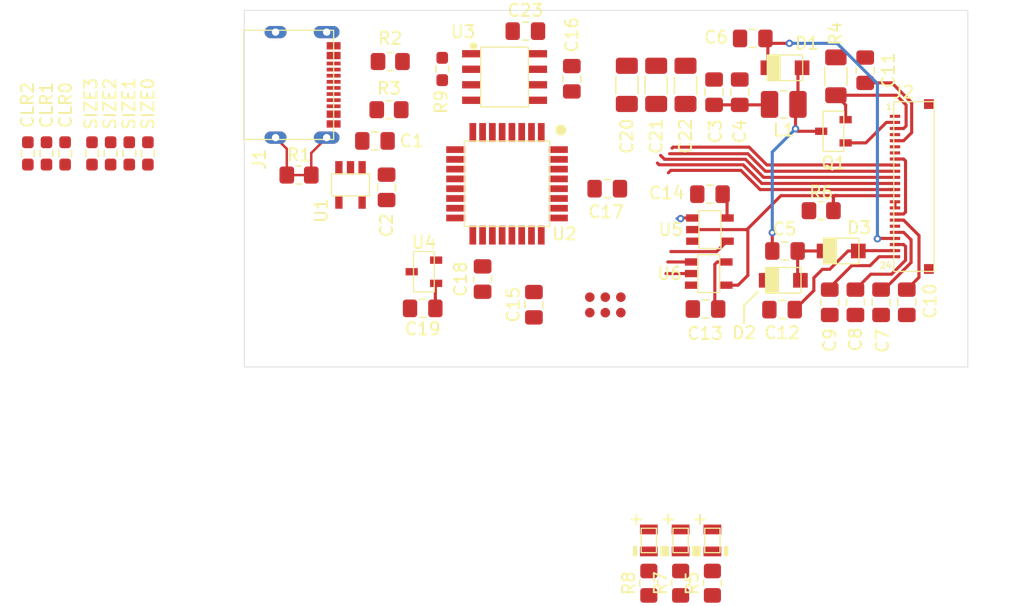
<source format=kicad_pcb>
(kicad_pcb (version 20240108) (generator "pcbnew") (generator_version "8.0")
  (layers (0 "F.Cu" signal) (1 "In1.Cu" signal) (2 "In2.Cu" signal) (31 "B.Cu" signal) (34 "B.Paste" user) (35 "F.Paste" user) (36 "B.SilkS" user "B.Silkscreen") (37 "F.SilkS" user "F.Silkscreen") (38 "B.Mask" user) (39 "F.Mask" user) (44 "Edge.Cuts" user))
  (net 0 "")
  (net 1 "Net-(D1-K)")
  (net 2 "GND")
  (net 3 "Net-(J1-CC2)")
  (net 4 "MOSI")
  (net 5 "~{DISP_MISO_EN}")
  (net 6 "Net-(D4-K)")
  (net 7 "~{DISP_CS}")
  (net 8 "LED_MEM")
  (net 9 "~{FLASH_CS}")
  (net 10 "MISO")
  (net 11 "/D+")
  (net 12 "D{slash}C")
  (net 13 "+3.3V")
  (net 14 "/D-")
  (net 15 "UPDI")
  (net 16 "~{RESET}")
  (net 17 "SCLK")
  (net 18 "~{BUSY}")
  (net 19 "~{DISP_RESET}")
  (net 20 "SDA")
  (net 21 "+5V")
  (net 22 "Net-(J1-CC1)")
  (net 23 "Net-(U2-PC3)")
  (net 24 "TEMP")
  (net 25 "LED_DISP")
  (net 26 "LED_USB")
  (net 27 "Net-(U3-NC)")
  (net 28 "Net-(U2-PD4)")
  (net 29 "Net-(U2-PD5)")
  (net 30 "Net-(U2-PD6)")
  (net 34 "Net-(D6-K)")
  (net 35 "Net-(D5-K)")
  (net 39 "Net-(U2-PD2)")
  (net 40 "Net-(U2-PD1)")
  (net 41 "Net-(U2-PD0)")
  (net 42 "Net-(J2-RESE)")
  (net 43 "Net-(J2-VDHR)")
  (net 44 "Net-(J2-VDDD)")
  (net 45 "Net-(J2-VCOM)")
  (net 46 "Net-(J2-VDL)")
  (net 47 "Net-(J2-VDH)")
  (net 52 "Net-(J2-GDR)")
  (net 54 "Net-(D3-A)")
  (net 55 "Net-(D2-A)")
  (net 56 "Net-(D1-A)")
  (footprint "Capacitor_SMD:C_0805_2012Metric_Pad1.18x1.45mm_HandSolder" (layer "F.Cu") (at 195.3 104.9 -90)
    (property "Reference" "C18" (at 0 1.8 90) (layer "F.SilkS"))
    (property "Value" "0.1uF, 16V")
    (pad "1" smd roundrect (at -1.0375 0 270) (size 1.175 1.45) (layers "F.Cu" "F.Paste" "F.Mask") (roundrect_rratio 0.212766) (net 13 "+3.3V"))
    (pad "2" smd roundrect (at 1.0375 0 270) (size 1.175 1.45) (layers "F.Cu" "F.Paste" "F.Mask") (roundrect_rratio 0.212766) (net 2 "GND"))
  )
  (footprint "Resistor_SMD:R_0805_2012Metric_Pad1.20x1.40mm_HandSolder" (layer "F.Cu") (at 180.284 96.384)
    (property "Reference" "R1" (at 0 -1.65 0) (layer "F.SilkS"))
    (property "Value" "0")
    (pad "1" smd roundrect (at -1 0) (size 1.2 1.4) (layers "F.Cu" "F.Paste" "F.Mask") (roundrect_rratio 0.208333) (net 2 "GND"))
    (pad "2" smd roundrect (at 1 0) (size 1.2 1.4) (layers "F.Cu" "F.Paste" "F.Mask") (roundrect_rratio 0.208333) (net 2 "GND"))
  )
  (footprint "Capacitor_SMD:C_0805_2012Metric_Pad1.18x1.45mm_HandSolder" (layer "F.Cu") (at 214.2375 89.6 90)
    (property "Reference" "C3" (at -3.2 0.1 270) (layer "F.SilkS"))
    (property "Value" "0.1uF, 16V")
    (pad "1" smd roundrect (at -1.0375 0 90) (size 1.175 1.45) (layers "F.Cu" "F.Paste" "F.Mask") (roundrect_rratio 0.212766) (net 13 "+3.3V"))
    (pad "2" smd roundrect (at 1.0375 0 90) (size 1.175 1.45) (layers "F.Cu" "F.Paste" "F.Mask") (roundrect_rratio 0.212766) (net 2 "GND"))
  )
  (footprint "Capacitor_SMD:C_0805_2012Metric_Pad1.18x1.45mm_HandSolder" (layer "F.Cu") (at 213.5375 107.35 180)
    (property "Reference" "C13" (at 0.0375 -2 180) (layer "F.SilkS"))
    (property "Value" "0.1uF, 16V")
    (pad "1" smd roundrect (at -1.0375 0 180) (size 1.175 1.45) (layers "F.Cu" "F.Paste" "F.Mask") (roundrect_rratio 0.212766) (net 13 "+3.3V"))
    (pad "2" smd roundrect (at 1.0375 0 180) (size 1.175 1.45) (layers "F.Cu" "F.Paste" "F.Mask") (roundrect_rratio 0.212766) (net 2 "GND"))
  )
  (footprint "Capacitor_SMD:C_0805_2012Metric_Pad1.18x1.45mm_HandSolder" (layer "F.Cu") (at 226.6 87.8 -90)
    (property "Reference" "C11" (at 0 -1.9 90) (layer "F.SilkS"))
    (property "Value" "1uF, 25V")
    (pad "1" smd roundrect (at -1.0375 0 270) (size 1.175 1.45) (layers "F.Cu" "F.Paste" "F.Mask") (roundrect_rratio 0.212766) (net 2 "GND"))
    (pad "2" smd roundrect (at 1.0375 0 270) (size 1.175 1.45) (layers "F.Cu" "F.Paste" "F.Mask") (roundrect_rratio 0.212766) (net 43 "Net-(J2-VDHR)"))
  )
  (footprint "Capacitor_SMD:C_0805_2012Metric_Pad1.18x1.45mm_HandSolder" (layer "F.Cu") (at 219.8 107.4)
    (property "Reference" "C12" (at 0 1.9 360) (layer "F.SilkS"))
    (property "Value" "1uF, 25V")
    (pad "1" smd roundrect (at -1.0375 0) (size 1.175 1.45) (layers "F.Cu" "F.Paste" "F.Mask") (roundrect_rratio 0.212766) (net 2 "GND"))
    (pad "2" smd roundrect (at 1.0375 0) (size 1.175 1.45) (layers "F.Cu" "F.Paste" "F.Mask") (roundrect_rratio 0.212766) (net 54 "Net-(D3-A)"))
  )
  (footprint "Capacitor_SMD:C_1206_3216Metric_Pad1.33x1.80mm_HandSolder" (layer "F.Cu") (at 211.9 89 -90)
    (property "Reference" "C22" (at 4.2 0 90) (layer "F.SilkS"))
    (property "Value" "10uF")
    (pad "1" smd roundrect (at -1.5625 0 270) (size 1.325 1.8) (layers "F.Cu" "F.Paste" "F.Mask") (roundrect_rratio 0.188679) (net 2 "GND"))
    (pad "2" smd roundrect (at 1.5625 0 270) (size 1.325 1.8) (layers "F.Cu" "F.Paste" "F.Mask") (roundrect_rratio 0.188679) (net 13 "+3.3V"))
  )
  (footprint "StandardPackages_Custom:SOT23-3" (layer "F.Cu") (at 190.5 104.3 -90)
    (property "Reference" "U4" (at -2.4 0 0) (layer "F.SilkS"))
    (property "Value" "MCP9700x-ETT" (hide yes))
    (pad "1" smd rect (at 0.95 -1 270) (size 0.6 1) (layers "F.Cu" "F.Paste" "F.Mask") (net 13 "+3.3V"))
    (pad "2" smd rect (at -0.95 -1 270) (size 0.6 1) (layers "F.Cu" "F.Paste" "F.Mask") (net 24 "TEMP"))
    (pad "3" smd rect (at 0 1 270) (size 0.6 1) (layers "F.Cu" "F.Paste" "F.Mask") (net 2 "GND"))
  )
  (footprint "StandardPackages_Custom:SOD-123W" (layer "F.Cu") (at 220.0375 87.6 180)
    (property "Reference" "D1" (at -1.8 2 0) (layer "F.SilkS"))
    (property "Value" "PMEG3020ER" (hide yes))
    (pad "1" smd rect (at 1.4 0 180) (size 1.2 1.2) (layers "F.Cu" "F.Paste" "F.Mask") (net 1 "Net-(D1-K)"))
    (pad "2" smd rect (at -1.4 0 180) (size 1.2 1.2) (layers "F.Cu" "F.Paste" "F.Mask") (net 56 "Net-(D1-A)"))
  )
  (footprint "Resistor_SMD:R_0603_1608Metric_Pad0.98x0.95mm_HandSolder" (layer "F.Cu") (at 159.624 94.6125 -90)
    (property "Reference" "CLR1" (at -3.9605 0 90) (layer "F.SilkS"))
    (property "Value" "0")
    (pad "1" smd roundrect (at -0.9125 0 270) (size 0.975 0.95) (layers "F.Cu" "F.Paste" "F.Mask") (net 2 "GND"))
    (pad "2" smd roundrect (at 0.9125 0 270) (size 0.975 0.95) (layers "F.Cu" "F.Paste" "F.Mask") (net 29 "Net-(U2-PD5)"))
  )
  (footprint "Capacitor_SMD:C_0805_2012Metric_Pad1.18x1.45mm_HandSolder" (layer "F.Cu") (at 190.4 107.3 180)
    (property "Reference" "C19" (at 0 -1.68 180) (layer "F.SilkS"))
    (property "Value" "0.1uF, 16V")
    (pad "1" smd roundrect (at -1.0375 0 180) (size 1.175 1.45) (layers "F.Cu" "F.Paste" "F.Mask") (roundrect_rratio 0.212766) (net 13 "+3.3V"))
    (pad "2" smd roundrect (at 1.0375 0 180) (size 1.175 1.45) (layers "F.Cu" "F.Paste" "F.Mask") (roundrect_rratio 0.212766) (net 2 "GND"))
  )
  (footprint "StandardPackages_Custom:SOT23-5" (layer "F.Cu") (at 184.495 97.19 -90)
    (property "Reference" "U1" (at 2.1 2.4 90) (layer "F.SilkS"))
    (property "Value" "MIC550x" (hide yes))
    (pad "1" smd rect (at -1.4 -0.95 270) (size 1.1 0.6) (layers "F.Cu" "F.Paste" "F.Mask") (net 21 "+5V"))
    (pad "2" smd rect (at -1.4 0 270) (size 1.1 0.6) (layers "F.Cu" "F.Paste" "F.Mask") (net 2 "GND"))
    (pad "3" smd rect (at -1.4 0.95 270) (size 1.1 0.6) (layers "F.Cu" "F.Paste" "F.Mask") (net 21 "+5V"))
    (pad "4" smd rect (at 1.4 0.95 270) (size 1.1 0.6) (layers "F.Cu" "F.Paste" "F.Mask"))
    (pad "5" smd rect (at 1.4 -0.95 270) (size 1.1 0.6) (layers "F.Cu" "F.Paste" "F.Mask") (net 13 "+3.3V"))
  )
  (footprint "StandardPackages_Custom:LED 0805" (layer "F.Cu") (at 208.9 126.3 90)
    (property "Reference" "D6" (hide yes))
    (property "Value" "LED" (hide yes))
    (fp_text user "+" (at 1 -0.5 90) (layer "F.SilkS") (effects (justify left bottom)))
    (pad "1" smd rect (at -0.9 0 270) (size 0.8 1.45) (layers "F.Cu" "F.Paste" "F.Mask") (net 34 "Net-(D6-K)"))
    (pad "2" smd rect (at 0.9 0 270) (size 0.8 1.45) (layers "F.Cu" "F.Paste" "F.Mask") (net 26 "LED_USB"))
  )
  (footprint "Capacitor_SMD:C_0805_2012Metric_Pad1.18x1.45mm_HandSolder" (layer "F.Cu") (at 199.5 107 -90)
    (property "Reference" "C15" (at 0 1.7 90) (layer "F.SilkS"))
    (property "Value" "0.1uF, 16V")
    (pad "1" smd roundrect (at -1.0375 0 270) (size 1.175 1.45) (layers "F.Cu" "F.Paste" "F.Mask") (roundrect_rratio 0.212766) (net 16 "~{RESET}"))
    (pad "2" smd roundrect (at 1.0375 0 270) (size 1.175 1.45) (layers "F.Cu" "F.Paste" "F.Mask") (roundrect_rratio 0.212766) (net 2 "GND"))
  )
  (footprint "Resistor_SMD:R_0805_2012Metric_Pad1.20x1.40mm_HandSolder" (layer "F.Cu") (at 187.745 87.09)
    (property "Reference" "R2" (at 0 -1.9 0) (layer "F.SilkS"))
    (property "Value" "5.1k")
    (pad "1" smd roundrect (at -1 0) (size 1.2 1.4) (layers "F.Cu" "F.Paste" "F.Mask") (roundrect_rratio 0.208333) (net 22 "Net-(J1-CC1)"))
    (pad "2" smd roundrect (at 1 0) (size 1.2 1.4) (layers "F.Cu" "F.Paste" "F.Mask") (roundrect_rratio 0.208333) (net 2 "GND"))
  )
  (footprint "Resistor_SMD:R_1206_3216Metric_Pad1.30x1.75mm_HandSolder" (layer "F.Cu") (at 224.2 88.3 -90)
    (property "Reference" "R4" (at -3.5 0.0375 90) (layer "F.SilkS"))
    (property "Value" "0.47, 0.5W")
    (pad "1" smd roundrect (at -1.55 0 270) (size 1.3 1.75) (layers "F.Cu" "F.Paste" "F.Mask") (roundrect_rratio 0.192308) (net 2 "GND"))
    (pad "2" smd roundrect (at 1.55 0 270) (size 1.3 1.75) (layers "F.Cu" "F.Paste" "F.Mask") (roundrect_rratio 0.192308) (net 42 "Net-(J2-RESE)"))
  )
  (footprint "Resistor_SMD:R_0805_2012Metric_Pad1.20x1.40mm_HandSolder" (layer "F.Cu") (at 211.5 129.8 90)
    (property "Reference" "R7" (at 0 -1.65 90) (layer "F.SilkS"))
    (property "Value" "470")
    (pad "1" smd roundrect (at -1 0 90) (size 1.2 1.4) (layers "F.Cu" "F.Paste" "F.Mask") (roundrect_rratio 0.208333) (net 2 "GND"))
    (pad "2" smd roundrect (at 1 0 90) (size 1.2 1.4) (layers "F.Cu" "F.Paste" "F.Mask") (roundrect_rratio 0.208333) (net 35 "Net-(D5-K)"))
  )
  (footprint "Resistor_SMD:R_0805_2012Metric_Pad1.20x1.40mm_HandSolder" (layer "F.Cu") (at 208.9 129.8 90)
    (property "Reference" "R8" (at 0 -1.65 90) (layer "F.SilkS"))
    (property "Value" "470")
    (pad "1" smd roundrect (at -1 0 90) (size 1.2 1.4) (layers "F.Cu" "F.Paste" "F.Mask") (roundrect_rratio 0.208333) (net 2 "GND"))
    (pad "2" smd roundrect (at 1 0 90) (size 1.2 1.4) (layers "F.Cu" "F.Paste" "F.Mask") (roundrect_rratio 0.208333) (net 34 "Net-(D6-K)"))
  )
  (footprint "Resistor_SMD:R_0603_1608Metric_Pad0.98x0.95mm_HandSolder" (layer "F.Cu") (at 161.148 94.6125 -90)
    (property "Reference" "CLR0" (at -3.9605 -0.03 90) (layer "F.SilkS"))
    (property "Value" "0")
    (pad "1" smd roundrect (at -0.9125 0 270) (size 0.975 0.95) (layers "F.Cu" "F.Paste" "F.Mask") (net 2 "GND"))
    (pad "2" smd roundrect (at 0.9125 0 270) (size 0.975 0.95) (layers "F.Cu" "F.Paste" "F.Mask") (net 28 "Net-(U2-PD4)"))
  )
  (footprint "Resistor_SMD:R_0805_2012Metric_Pad1.20x1.40mm_HandSolder" (layer "F.Cu") (at 187.642 91.032)
    (property "Reference" "R3" (at 0.003 -1.742 0) (layer "F.SilkS"))
    (property "Value" "5.1k")
    (pad "1" smd roundrect (at -1 0) (size 1.2 1.4) (layers "F.Cu" "F.Paste" "F.Mask") (roundrect_rratio 0.208333) (net 3 "Net-(J1-CC2)"))
    (pad "2" smd roundrect (at 1 0) (size 1.2 1.4) (layers "F.Cu" "F.Paste" "F.Mask") (roundrect_rratio 0.208333) (net 2 "GND"))
  )
  (footprint "Resistor_SMD:R_0603_1608Metric_Pad0.98x0.95mm_HandSolder" (layer "F.Cu") (at 166.396 94.6125 -90)
    (property "Reference" "SIZE1" (at -4.064 0.03 90) (layer "F.SilkS"))
    (property "Value" "0")
    (pad "1" smd roundrect (at -0.9125 0 270) (size 0.975 0.95) (layers "F.Cu" "F.Paste" "F.Mask") (net 2 "GND"))
    (pad "2" smd roundrect (at 0.9125 0 270) (size 0.975 0.95) (layers "F.Cu" "F.Paste" "F.Mask") (net 41 "Net-(U2-PD0)"))
  )
  (footprint "Capacitor_SMD:C_0805_2012Metric_Pad1.18x1.45mm_HandSolder" (layer "F.Cu") (at 216.3375 89.6 90)
    (property "Reference" "C4" (at -3.2 0 270) (layer "F.SilkS"))
    (property "Value" "1uF, 25V")
    (pad "1" smd roundrect (at -1.0375 0 90) (size 1.175 1.45) (layers "F.Cu" "F.Paste" "F.Mask") (roundrect_rratio 0.212766) (net 13 "+3.3V"))
    (pad "2" smd roundrect (at 1.0375 0 90) (size 1.175 1.45) (layers "F.Cu" "F.Paste" "F.Mask") (roundrect_rratio 0.212766) (net 2 "GND"))
  )
  (footprint "Capacitor_SMD:C_0805_2012Metric_Pad1.18x1.45mm_HandSolder" (layer "F.Cu") (at 202.6 88.5 -90)
    (property "Reference" "C16" (at -3.6 0 90) (layer "F.SilkS"))
    (property "Value" "0.1uF, 16V")
    (pad "1" smd roundrect (at -1.0375 0 270) (size 1.175 1.45) (layers "F.Cu" "F.Paste" "F.Mask") (roundrect_rratio 0.212766) (net 13 "+3.3V"))
    (pad "2" smd roundrect (at 1.0375 0 270) (size 1.175 1.45) (layers "F.Cu" "F.Paste" "F.Mask") (roundrect_rratio 0.212766) (net 2 "GND"))
  )
  (footprint "Capacitor_SMD:C_0805_2012Metric_Pad1.18x1.45mm_HandSolder" (layer "F.Cu") (at 217.4 85.2)
    (property "Reference" "C6" (at -3 -0.1 360) (layer "F.SilkS"))
    (property "Value" "1uF, 25V")
    (pad "1" smd roundrect (at -1.0375 0) (size 1.175 1.45) (layers "F.Cu" "F.Paste" "F.Mask") (roundrect_rratio 0.212766) (net 2 "GND"))
    (pad "2" smd roundrect (at 1.0375 0) (size 1.175 1.45) (layers "F.Cu" "F.Paste" "F.Mask") (roundrect_rratio 0.212766) (net 1 "Net-(D1-K)"))
  )
  (footprint "Capacitor_SMD:C_1206_3216Metric_Pad1.33x1.80mm_HandSolder" (layer "F.Cu") (at 207.1 89 -90)
    (property "Reference" "C20" (at 4.2 0 90) (layer "F.SilkS"))
    (property "Value" "10uF")
    (pad "1" smd roundrect (at -1.5625 0 270) (size 1.325 1.8) (layers "F.Cu" "F.Paste" "F.Mask") (roundrect_rratio 0.188679) (net 2 "GND"))
    (pad "2" smd roundrect (at 1.5625 0 270) (size 1.325 1.8) (layers "F.Cu" "F.Paste" "F.Mask") (roundrect_rratio 0.188679) (net 13 "+3.3V"))
  )
  (footprint "Capacitor_SMD:C_0805_2012Metric_Pad1.18x1.45mm_HandSolder" (layer "F.Cu") (at 223.7 106.8 90)
    (property "Reference" "C9" (at -3.1 0 270) (layer "F.SilkS"))
    (property "Value" "1uF, 25V")
    (pad "1" smd roundrect (at -1.0375 0 90) (size 1.175 1.45) (layers "F.Cu" "F.Paste" "F.Mask") (roundrect_rratio 0.212766) (net 2 "GND"))
    (pad "2" smd roundrect (at 1.0375 0 90) (size 1.175 1.45) (layers "F.Cu" "F.Paste" "F.Mask") (roundrect_rratio 0.212766) (net 45 "Net-(J2-VCOM)"))
  )
  (footprint "nametag:12402012E212A" (layer "F.Cu") (at 183.115 89 -90)
    (property "Reference" "J1" (at 6.09 6.07 90) (layer "F.SilkS"))
    (property "Value" "USB_C_Receptacle_USB2.0_14P" (hide yes))
    (pad "" np_thru_hole circle (at -2.89 1.07 270) (size 0.65 0.65) (drill 0.65) (layers "F&B.Cu" "*.Mask"))
    (pad "" np_thru_hole circle (at 2.89 1.07 270) (size 0.65 0.65) (drill 0.65) (layers "F&B.Cu" "*.Mask"))
    (pad "A1" smd rect (at -3.2 0 270) (size 0.6 1.14) (layers "F.Cu" "F.Paste" "F.Mask") (net 2 "GND"))
    (pad "A4" smd rect (at -2.4 0 270) (size 0.6 1.14) (layers "F.Cu" "F.Paste" "F.Mask") (net 21 "+5V"))
    (pad "A5" smd rect (at -1.25 0 270) (size 0.3 1.14) (layers "F.Cu" "F.Paste" "F.Mask") (net 22 "Net-(J1-CC1)"))
    (pad "A6" smd rect (at -0.25 0 270) (size 0.3 1.14) (layers "F.Cu" "F.Paste" "F.Mask") (net 11 "/D+"))
    (pad "A7" smd rect (at 0.25 0 270) (size 0.3 1.14) (layers "F.Cu" "F.Paste" "F.Mask") (net 14 "/D-"))
    (pad "A8" smd rect (at 1.25 0 270) (size 0.3 1.14) (layers "F.Cu" "F.Paste" "F.Mask"))
    (pad "B1" smd rect (at 3.2 0 270) (size 0.6 1.14) (layers "F.Cu" "F.Paste" "F.Mask") (net 2 "GND"))
    (pad "B4" smd rect (at 2.4 0 270) (size 0.6 1.14) (layers "F.Cu" "F.Paste" "F.Mask") (net 21 "+5V"))
    (pad "B5" smd rect (at 1.75 0 270) (size 0.3 1.14) (layers "F.Cu" "F.Paste" "F.Mask") (net 3 "Net-(J1-CC2)"))
    (pad "B6" smd rect (at 0.75 0 270) (size 0.3 1.14) (layers "F.Cu" "F.Paste" "F.Mask") (net 11 "/D+"))
    (pad "B7" smd rect (at -0.75 0 270) (size 0.3 1.14) (layers "F.Cu" "F.Paste" "F.Mask") (net 14 "/D-"))
    (pad "B8" smd rect (at -1.75 0 270) (size 0.3 1.14) (layers "F.Cu" "F.Paste" "F.Mask"))
    (pad "S1" thru_hole oval (at -4.32 0.57 270) (size 1 2.1) (drill 0.6 1.7) (layers "*.Cu" "*.Mask") (net 2 "GND"))
    (pad "S1" thru_hole oval (at -4.32 4.75 270) (size 1 1.8) (drill 0.6 1.4) (layers "*.Cu" "*.Mask") (net 2 "GND"))
    (pad "S1" thru_hole oval (at 4.32 0.57 270) (size 1 2.1) (drill 0.6 1.7) (layers "*.Cu" "*.Mask") (net 2 "GND"))
    (pad "S1" thru_hole oval (at 4.32 4.75 270) (size 1 1.8) (drill 0.6 1.4) (layers "*.Cu" "*.Mask") (net 2 "GND"))
  )
  (footprint "nametag:FH34SRJ-24S-0.5SH" (layer "F.Cu") (at 229.2365 97.322 90)
    (property "Reference" "J2" (at 7.722 0.501 0) (layer "F.SilkS"))
    (property "Value" "~")
    (fp_text user "1" (at 6.25 -1 0) (layer "F.SilkS") (effects (font (size 0.5 0.5) (thickness 0.1)) (justify left bottom)))
    (fp_text user "24" (at -6.75 -1.5 0) (layer "F.SilkS") (effects (font (size 0.5 0.5) (thickness 0.1)) (justify left bottom)))
    (pad "1" smd rect (at 5.75 -0.2 90) (size 0.25 0.85) (layers "F.Cu" "F.Paste" "F.Mask"))
    (pad "2" smd rect (at 5.25 -0.2 90) (size 0.25 0.85) (layers "F.Cu" "F.Paste" "F.Mask") (net 52 "Net-(J2-GDR)"))
    (pad "3" smd rect (at 4.75 -0.2 90) (size 0.25 0.85) (layers "F.Cu" "F.Paste" "F.Mask") (net 42 "Net-(J2-RESE)"))
    (pad "4" smd rect (at 4.25 -0.2 90) (size 0.25 0.85) (layers "F.Cu" "F.Paste" "F.Mask"))
    (pad "5" smd rect (at 3.75 -0.2 90) (size 0.25 0.85) (layers "F.Cu" "F.Paste" "F.Mask") (net 43 "Net-(J2-VDHR)"))
    (pad "6" smd rect (at 3.25 -0.2 90) (size 0.25 0.85) (layers "F.Cu" "F.Paste" "F.Mask"))
    (pad "7" smd rect (at 2.75 -0.2 90) (size 0.25 0.85) (layers "F.Cu" "F.Paste" "F.Mask"))
    (pad "8" smd rect (at 2.25 -0.2 90) (size 0.25 0.85) (layers "F.Cu" "F.Paste" "F.Mask") (net 2 "GND"))
    (pad "9" smd rect (at 1.75 -0.2 90) (size 0.25 0.85) (layers "F.Cu" "F.Paste" "F.Mask") (net 18 "~{BUSY}"))
    (pad "10" smd rect (at 1.25 -0.2 90) (size 0.25 0.85) (layers "F.Cu" "F.Paste" "F.Mask") (net 19 "~{DISP_RESET}"))
    (pad "11" smd rect (at 0.75 -0.2 90) (size 0.25 0.85) (layers "F.Cu" "F.Paste" "F.Mask") (net 12 "D{slash}C"))
    (pad "12" smd rect (at 0.25 -0.2 90) (size 0.25 0.85) (layers "F.Cu" "F.Paste" "F.Mask") (net 7 "~{DISP_CS}"))
    (pad "13" smd rect (at -0.25 -0.2 90) (size 0.25 0.85) (layers "F.Cu" "F.Paste" "F.Mask") (net 17 "SCLK"))
    (pad "14" smd rect (at -0.75 -0.2 90) (size 0.25 0.85) (layers "F.Cu" "F.Paste" "F.Mask") (net 20 "SDA"))
    (pad "15" smd rect (at -1.25 -0.2 90) (size 0.25 0.85) (layers "F.Cu" "F.Paste" "F.Mask") (net 13 "+3.3V"))
    (pad "16" smd rect (at -1.75 -0.2 90) (size 0.25 0.85) (layers "F.Cu" "F.Paste" "F.Mask") (net 13 "+3.3V"))
    (pad "17" smd rect (at -2.25 -0.2 90) (size 0.25 0.85) (layers "F.Cu" "F.Paste" "F.Mask") (net 2 "GND"))
    (pad "18" smd rect (at -2.75 -0.2 90) (size 0.25 0.85) (layers "F.Cu" "F.Paste" "F.Mask") (net 44 "Net-(J2-VDDD)"))
    (pad "19" smd rect (at -3.25 -0.2 90) (size 0.25 0.85) (layers "F.Cu" "F.Paste" "F.Mask"))
    (pad "20" smd rect (at -3.75 -0.2 90) (size 0.25 0.85) (layers "F.Cu" "F.Paste" "F.Mask") (net 47 "Net-(J2-VDH)"))
    (pad "21" smd rect (at -4.25 -0.2 90) (size 0.25 0.85) (layers "F.Cu" "F.Paste" "F.Mask") (net 1 "Net-(D1-K)"))
    (pad "22" smd rect (at -4.75 -0.2 90) (size 0.25 0.85) (layers "F.Cu" "F.Paste" "F.Mask") (net 46 "Net-(J2-VDL)"))
    (pad "23" smd rect (at -5.25 -0.2 90) (size 0.25 0.85) (layers "F.Cu" "F.Paste" "F.Mask") (net 54 "Net-(D3-A)"))
    (pad "24" smd rect (at -5.75 -0.2 90) (size 0.25 0.85) (layers "F.Cu" "F.Paste" "F.Mask") (net 45 "Net-(J2-VCOM)"))
    (pad "MECH" smd rect (at -6.75 2.575 90) (size 0.8 0.8) (layers "F.Cu" "F.Paste" "F.Mask"))
    (pad "MECH" smd rect (at 6.75 2.575 90) (size 0.8 0.8) (layers "F.Cu" "F.Paste" "F.Mask"))
  )
  (footprint "StandardPackages_Custom:LED 0805" (layer "F.Cu") (at 211.5 126.3 90)
    (property "Reference" "D5" (hide yes))
    (property "Value" "LED" (hide yes))
    (fp_text user "+" (at 1 -0.5 90) (layer "F.SilkS") (effects (justify left bottom)))
    (pad "1" smd rect (at -0.9 0 270) (size 0.8 1.45) (layers "F.Cu" "F.Paste" "F.Mask") (net 35 "Net-(D5-K)"))
    (pad "2" smd rect (at 0.9 0 270) (size 0.8 1.45) (layers "F.Cu" "F.Paste" "F.Mask") (net 8 "LED_MEM"))
  )
  (footprint "Resistor_SMD:R_0805_2012Metric_Pad1.20x1.40mm_HandSolder" (layer "F.Cu") (at 214.1 129.8 90)
    (property "Reference" "R5" (at 0 -1.65 90) (layer "F.SilkS"))
    (property "Value" "470")
    (pad "1" smd roundrect (at -1 0 90) (size 1.2 1.4) (layers "F.Cu" "F.Paste" "F.Mask") (roundrect_rratio 0.208333) (net 2 "GND"))
    (pad "2" smd roundrect (at 1 0 90) (size 1.2 1.4) (layers "F.Cu" "F.Paste" "F.Mask") (roundrect_rratio 0.208333) (net 6 "Net-(D4-K)"))
  )
  (footprint "StandardPackages_Custom:SOIC-8" (layer "F.Cu") (at 197.1 88.3575)
    (property "Reference" "U3" (at -3.4 -3.7 0) (layer "F.SilkS"))
    (property "Value" "23K640")
    (pad "1" smd rect (at -2.7 -1.905) (size 1.55 0.6) (layers "F.Cu" "F.Paste" "F.Mask") (net 9 "~{FLASH_CS}"))
    (pad "2" smd rect (at -2.7 -0.635) (size 1.55 0.6) (layers "F.Cu" "F.Paste" "F.Mask") (net 4 "MOSI"))
    (pad "3" smd rect (at -2.7 0.635) (size 1.55 0.6) (layers "F.Cu" "F.Paste" "F.Mask") (net 27 "Net-(U3-NC)"))
    (pad "4" smd rect (at -2.7 1.905) (size 1.55 0.6) (layers "F.Cu" "F.Paste" "F.Mask") (net 2 "GND"))
    (pad "5" smd rect (at 2.7 1.905) (size 1.55 0.6) (layers "F.Cu" "F.Paste" "F.Mask") (net 10 "MISO"))
    (pad "6" smd rect (at 2.7 0.635) (size 1.55 0.6) (layers "F.Cu" "F.Paste" "F.Mask") (net 17 "SCLK"))
    (pad "7" smd rect (at 2.7 -0.635) (size 1.55 0.6) (layers "F.Cu" "F.Paste" "F.Mask") (net 13 "+3.3V"))
    (pad "8" smd rect (at 2.7 -1.905) (size 1.55 0.6) (layers "F.Cu" "F.Paste" "F.Mask") (net 13 "+3.3V"))
  )
  (footprint "Resistor_SMD:R_0603_1608Metric_Pad0.98x0.95mm_HandSolder" (layer "F.Cu") (at 192 87.7 -90)
    (property "Reference" "R9" (at 2.7 0.1 90) (layer "F.SilkS"))
    (property "Value" "0")
    (pad "1" smd roundrect (at -0.9125 0 270) (size 0.975 0.95) (layers "F.Cu" "F.Paste" "F.Mask") (net 13 "+3.3V"))
    (pad "2" smd roundrect (at 0.9125 0 270) (size 0.975 0.95) (layers "F.Cu" "F.Paste" "F.Mask") (net 27 "Net-(U3-NC)"))
  )
  (footprint "StandardPackages_Custom:SOT23-5" (layer "F.Cu") (at 213.8 104.45)
    (property "Reference" "U6" (at -3.2 0 0) (layer "F.SilkS"))
    (property "Value" "SN74LV1T125DBV" (hide yes))
    (pad "1" smd rect (at -1.4 -0.95) (size 1.1 0.6) (layers "F.Cu" "F.Paste" "F.Mask") (net 5 "~{DISP_MISO_EN}"))
    (pad "2" smd rect (at -1.4 0) (size 1.1 0.6) (layers "F.Cu" "F.Paste" "F.Mask") (net 4 "MOSI"))
    (pad "3" smd rect (at -1.4 0.95) (size 1.1 0.6) (layers "F.Cu" "F.Paste" "F.Mask") (net 2 "GND"))
    (pad "4" smd rect (at 1.4 0.95) (size 1.1 0.6) (layers "F.Cu" "F.Paste" "F.Mask") (net 20 "SDA"))
    (pad "5" smd rect (at 1.4 -0.95) (size 1.1 0.6) (layers "F.Cu" "F.Paste" "F.Mask") (net 13 "+3.3V"))
  )
  (footprint "StandardPackages_Custom:SOD-123W" (layer "F.Cu") (at 224.6375 102.6 180)
    (property "Reference" "D3" (at -1.4625 1.9 0) (layer "F.SilkS"))
    (property "Value" "PMEG3020ER" (hide yes))
    (pad "1" smd rect (at 1.4 0 180) (size 1.2 1.2) (layers "F.Cu" "F.Paste" "F.Mask") (net 55 "Net-(D2-A)"))
    (pad "2" smd rect (at -1.4 0 180) (size 1.2 1.2) (layers "F.Cu" "F.Paste" "F.Mask") (net 54 "Net-(D3-A)"))
  )
  (footprint "Resistor_SMD:R_0603_1608Metric_Pad0.98x0.95mm_HandSolder" (layer "F.Cu") (at 163.348 94.6125 -90)
    (property "Reference" "SIZE3" (at -4.064 0.09 90) (layer "F.SilkS"))
    (property "Value" "0")
    (pad "1" smd roundrect (at -0.9125 0 270) (size 0.975 0.95) (layers "F.Cu" "F.Paste" "F.Mask") (net 2 "GND"))
    (pad "2" smd roundrect (at 0.9125 0 270) (size 0.975 0.95) (layers "F.Cu" "F.Paste" "F.Mask") (net 39 "Net-(U2-PD2)"))
  )
  (footprint "Capacitor_SMD:C_0805_2012Metric_Pad1.18x1.45mm_HandSolder" (layer "F.Cu") (at 227.9 106.8 90)
    (property "Reference" "C7" (at -3.1625 0.1 270) (layer "F.SilkS"))
    (property "Value" "1uF, 25V")
    (pad "1" smd roundrect (at -1.0375 0 90) (size 1.175 1.45) (layers "F.Cu" "F.Paste" "F.Mask") (roundrect_rratio 0.212766) (net 2 "GND"))
    (pad "2" smd roundrect (at 1.0375 0 90) (size 1.175 1.45) (layers "F.Cu" "F.Paste" "F.Mask") (roundrect_rratio 0.212766) (net 47 "Net-(J2-VDH)"))
  )
  (footprint "Microchip:7x7 TQFP-32 (PT)" (layer "F.Cu") (at 197.3 97.1 -90)
    (property "Reference" "U2" (at 4.1 -4.7 0) (layer "F.SilkS"))
    (property "Value" "AVR64DU32")
    (pad "1" smd rect (at -4.2 -2.8) (size 0.55 1.55) (layers "F.Cu" "F.Paste" "F.Mask") (net 5 "~{DISP_MISO_EN}"))
    (pad "2" smd rect (at -4.2 -2) (size 0.55 1.55) (layers "F.Cu" "F.Paste" "F.Mask") (net 4 "MOSI"))
    (pad "3" smd rect (at -4.2 -1.2) (size 0.55 1.55) (layers "F.Cu" "F.Paste" "F.Mask") (net 10 "MISO"))
    (pad "4" smd rect (at -4.2 -0.4) (size 0.55 1.55) (layers "F.Cu" "F.Paste" "F.Mask") (net 17 "SCLK"))
    (pad "5" smd rect (at -4.2 0.4) (size 0.55 1.55) (layers "F.Cu" "F.Paste" "F.Mask") (net 7 "~{DISP_CS}"))
    (pad "6" smd rect (at -4.2 1.2) (size 0.55 1.55) (layers "F.Cu" "F.Paste" "F.Mask") (net 13 "+3.3V"))
    (pad "7" smd rect (at -4.2 2) (size 0.55 1.55) (layers "F.Cu" "F.Paste" "F.Mask") (net 14 "/D-"))
    (pad "8" smd rect (at -4.2 2.8) (size 0.55 1.55) (layers "F.Cu" "F.Paste" "F.Mask") (net 11 "/D+"))
    (pad "9" smd rect (at -2.8 4.2 270) (size 0.55 1.55) (layers "F.Cu" "F.Paste" "F.Mask") (net 23 "Net-(U2-PC3)"))
    (pad "10" smd rect (at -2 4.2 270) (size 0.55 1.55) (layers "F.Cu" "F.Paste" "F.Mask") (net 41 "Net-(U2-PD0)"))
    (pad "11" smd rect (at -1.2 4.2 270) (size 0.55 1.55) (layers "F.Cu" "F.Paste" "F.Mask") (net 40 "Net-(U2-PD1)"))
    (pad "12" smd rect (at -0.4 4.2 270) (size 0.55 1.55) (layers "F.Cu" "F.Paste" "F.Mask") (net 39 "Net-(U2-PD2)"))
    (pad "13" smd rect (at 0.4 4.2 270) (size 0.55 1.55) (layers "F.Cu" "F.Paste" "F.Mask"))
    (pad "14" smd rect (at 1.2 4.2 270) (size 0.55 1.55) (layers "F.Cu" "F.Paste" "F.Mask") (net 28 "Net-(U2-PD4)"))
    (pad "15" smd rect (at 2 4.2 270) (size 0.55 1.55) (layers "F.Cu" "F.Paste" "F.Mask") (net 29 "Net-(U2-PD5)"))
    (pad "16" smd rect (at 2.8 4.2 270) (size 0.55 1.55) (layers "F.Cu" "F.Paste" "F.Mask") (net 30 "Net-(U2-PD6)"))
    (pad "17" smd rect (at 4.2 2.8) (size 0.55 1.55) (layers "F.Cu" "F.Paste" "F.Mask") (net 24 "TEMP"))
    (pad "18" smd rect (at 4.2 2) (size 0.55 1.55) (layers "F.Cu" "F.Paste" "F.Mask") (net 13 "+3.3V"))
    (pad "19" smd rect (at 4.2 1.2) (size 0.55 1.55) (layers "F.Cu" "F.Paste" "F.Mask") (net 2 "GND"))
    (pad "20" smd rect (at 4.2 0.4) (size 0.55 1.55) (layers "F.Cu" "F.Paste" "F.Mask") (net 26 "LED_USB"))
    (pad "21" smd rect (at 4.2 -0.4) (size 0.55 1.55) (layers "F.Cu" "F.Paste" "F.Mask") (net 8 "LED_MEM"))
    (pad "22" smd rect (at 4.2 -1.2) (size 0.55 1.55) (layers "F.Cu" "F.Paste" "F.Mask") (net 25 "LED_DISP"))
    (pad "23" smd rect (at 4.2 -2) (size 0.55 1.55) (layers "F.Cu" "F.Paste" "F.Mask") (net 9 "~{FLASH_CS}"))
    (pad "24" smd rect (at 4.2 -2.8) (size 0.55 1.55) (layers "F.Cu" "F.Paste" "F.Mask"))
    (pad "25" smd rect (at 2.8 -4.2 90) (size 0.55 1.55) (layers "F.Cu" "F.Paste" "F.Mask"))
    (pad "26" smd rect (at 2 -4.2 90) (size 0.55 1.55) (layers "F.Cu" "F.Paste" "F.Mask") (net 16 "~{RESET}"))
    (pad "27" smd rect (at 1.2 -4.2 90) (size 0.55 1.55) (layers "F.Cu" "F.Paste" "F.Mask") (net 15 "UPDI"))
    (pad "28" smd rect (at 0.4 -4.2 90) (size 0.55 1.55) (layers "F.Cu" "F.Paste" "F.Mask") (net 13 "+3.3V"))
    (pad "29" smd rect (at -0.4 -4.2 90) (size 0.55 1.55) (layers "F.Cu" "F.Paste" "F.Mask") (net 2 "GND"))
    (pad "30" smd rect (at -1.2 -4.2 90) (size 0.55 1.55) (layers "F.Cu" "F.Paste" "F.Mask") (net 12 "D{slash}C"))
    (pad "31" smd rect (at -2 -4.2 90) (size 0.55 1.55) (layers "F.Cu" "F.Paste" "F.Mask") (net 19 "~{DISP_RESET}"))
    (pad "32" smd rect (at -2.8 -4.2 90) (size 0.55 1.55) (layers "F.Cu" "F.Paste" "F.Mask") (net 18 "~{BUSY}"))
  )
  (footprint "Capacitor_SMD:C_0805_2012Metric_Pad1.18x1.45mm_HandSolder" (layer "F.Cu") (at 186.495 93.59)
    (property "Reference" "C1" (at 3 0 360) (layer "F.SilkS"))
    (property "Value" "1uF, 25V")
    (pad "1" smd roundrect (at -1.0375 0) (size 1.175 1.45) (layers "F.Cu" "F.Paste" "F.Mask") (roundrect_rratio 0.212766) (net 21 "+5V"))
    (pad "2" smd roundrect (at 1.0375 0) (size 1.175 1.45) (layers "F.Cu" "F.Paste" "F.Mask") (roundrect_rratio 0.212766) (net 2 "GND"))
  )
  (footprint "StandardPackages_Custom:SOT23-5" (layer "F.Cu") (at 213.9 100.85)
    (property "Reference" "U5" (at -3.2 0 0) (layer "F.SilkS"))
    (property "Value" "SN74LV1T125DBV" (hide yes))
    (pad "1" smd rect (at -1.4 -0.95) (size 1.1 0.6) (layers "F.Cu" "F.Paste" "F.Mask") (net 7 "~{DISP_CS}"))
    (pad "2" smd rect (at -1.4 0) (size 1.1 0.6) (layers "F.Cu" "F.Paste" "F.Mask") (net 20 "SDA"))
    (pad "3" smd rect (at -1.4 0.95) (size 1.1 0.6) (layers "F.Cu" "F.Paste" "F.Mask") (net 2 "GND"))
    (pad "4" smd rect (at 1.4 0.95) (size 1.1 0.6) (layers "F.Cu" "F.Paste" "F.Mask") (net 10 "MISO"))
    (pad "5" smd rect (at 1.4 -0.95) (size 1.1 0.6) (layers "F.Cu" "F.Paste" "F.Mask") (net 13 "+3.3V"))
  )
  (footprint "Capacitor_SMD:C_0805_2012Metric_Pad1.18x1.45mm_HandSolder" (layer "F.Cu") (at 220.0375 102.6 180)
    (property "Reference" "C5" (at 0.0375 1.8 180) (layer "F.SilkS"))
    (property "Value" "4.7uF/25V")
    (pad "1" smd roundrect (at -1.0375 0 180) (size 1.175 1.45) (layers "F.Cu" "F.Paste" "F.Mask") (roundrect_rratio 0.212766) (net 55 "Net-(D2-A)"))
    (pad "2" smd roundrect (at 1.0375 0 180) (size 1.175 1.45) (layers "F.Cu" "F.Paste" "F.Mask") (roundrect_rratio 0.212766) (net 56 "Net-(D1-A)"))
  )
  (footprint "StandardPackages_Custom:SOD-123W" (layer "F.Cu") (at 219.9 105 180)
    (property "Reference" "D2" (at 3.2 -4.3 0) (layer "F.SilkS"))
    (property "Value" "PMEG3020ER" (hide yes))
    (pad "1" smd rect (at 1.4 0 180) (size 1.2 1.2) (layers "F.Cu" "F.Paste" "F.Mask") (net 2 "GND"))
    (pad "2" smd rect (at -1.4 0 180) (size 1.2 1.2) (layers "F.Cu" "F.Paste" "F.Mask") (net 55 "Net-(D2-A)"))
  )
  (footprint "Capacitor_SMD:C_0805_2012Metric_Pad1.18x1.45mm_HandSolder" (layer "F.Cu") (at 225.8 106.8 90)
    (property "Reference" "C8" (at -3.0375 0 270) (layer "F.SilkS"))
    (property "Value" "1uF, 25V")
    (pad "1" smd roundrect (at -1.0375 0 90) (size 1.175 1.45) (layers "F.Cu" "F.Paste" "F.Mask") (roundrect_rratio 0.212766) (net 2 "GND"))
    (pad "2" smd roundrect (at 1.0375 0 90) (size 1.175 1.45) (layers "F.Cu" "F.Paste" "F.Mask") (roundrect_rratio 0.212766) (net 46 "Net-(J2-VDL)"))
  )
  (footprint "StandardPackages_Custom:TC2030-IDC-FP" (layer "F.Cu") (at 205.34 107.016 180)
    (property "Reference" "J3" (hide yes))
    (property "Value" "Conn_02x03_Odd_Even")
    (pad "" np_thru_hole circle (at -2.54 -2.54 180) (size 2.375 2.375) (drill 2.375) (layers "F&B.Cu" "*.Mask"))
    (pad "" np_thru_hole circle (at -2.54 0 180) (size 0.991 0.991) (drill 0.991) (layers "F&B.Cu" "*.Mask"))
    (pad "" np_thru_hole circle (at -2.54 2.54 180) (size 2.375 2.375) (drill 2.375) (layers "F&B.Cu" "*.Mask"))
    (pad "" np_thru_hole circle (at 0.635 -2.54 180) (size 2.375 2.375) (drill 2.375) (layers "F&B.Cu" "*.Mask"))
    (pad "" np_thru_hole circle (at 0.635 2.54 180) (size 2.375 2.375) (drill 2.375) (layers "F&B.Cu" "*.Mask"))
    (pad "" np_thru_hole circle (at 2.54 -1.016 180) (size 0.991 0.991) (drill 0.991) (layers "F&B.Cu" "*.Mask"))
    (pad "" np_thru_hole circle (at 2.54 1.016 180) (size 0.991 0.991) (drill 0.991) (layers "F&B.Cu" "*.Mask"))
    (pad "1" smd circle (at -1.27 0.635 180) (size 0.7874 0.7874) (layers "F.Cu" "F.Mask") (net 15 "UPDI"))
    (pad "2" smd circle (at -1.27 -0.635 180) (size 0.7874 0.7874) (layers "F.Cu" "F.Mask") (net 13 "+3.3V"))
    (pad "3" smd circle (at 0 0.635 180) (size 0.7874 0.7874) (layers "F.Cu" "F.Mask"))
    (pad "4" smd circle (at 0 -0.635 180) (size 0.7874 0.7874) (layers "F.Cu" "F.Mask"))
    (pad "5" smd circle (at 1.27 0.635 180) (size 0.7874 0.7874) (layers "F.Cu" "F.Mask") (net 16 "~{RESET}"))
    (pad "6" smd circle (at 1.27 -0.635 180) (size 0.7874 0.7874) (layers "F.Cu" "F.Mask") (net 2 "GND"))
  )
  (footprint "Resistor_SMD:R_0805_2012Metric_Pad1.20x1.40mm_HandSolder" (layer "F.Cu") (at 223 99.3 180)
    (property "Reference" "R6" (at 0 1.5 180) (layer "F.SilkS"))
    (property "Value" "100k")
    (pad "1" smd roundrect (at -1 0 180) (size 1.2 1.4) (layers "F.Cu" "F.Paste" "F.Mask") (roundrect_rratio 0.208333) (net 20 "SDA"))
    (pad "2" smd roundrect (at 1 0 180) (size 1.2 1.4) (layers "F.Cu" "F.Paste" "F.Mask") (roundrect_rratio 0.208333) (net 2 "GND"))
  )
  (footprint "Capacitor_SMD:C_0805_2012Metric_Pad1.18x1.45mm_HandSolder" (layer "F.Cu") (at 198.8 84.6 180)
    (property "Reference" "C23" (at 0 1.7 180) (layer "F.SilkS"))
    (property "Value" "0.1uF, 16V")
    (pad "1" smd roundrect (at -1.0375 0 180) (size 1.175 1.45) (layers "F.Cu" "F.Paste" "F.Mask") (roundrect_rratio 0.212766) (net 13 "+3.3V"))
    (pad "2" smd roundrect (at 1.0375 0 180) (size 1.175 1.45) (layers "F.Cu" "F.Paste" "F.Mask") (roundrect_rratio 0.212766) (net 2 "GND"))
  )
  (footprint "StandardPackages_Custom:SOT23-3" (layer "F.Cu") (at 224 92.8 -90)
    (property "Reference" "Q1" (at 2.6 -0.025 0) (layer "F.SilkS"))
    (property "Value" "NXV55UN" (hide yes))
    (pad "1" smd rect (at 0.95 -1 270) (size 0.6 1) (layers "F.Cu" "F.Paste" "F.Mask") (net 52 "Net-(J2-GDR)"))
    (pad "2" smd rect (at -0.95 -1 270) (size 0.6 1) (layers "F.Cu" "F.Paste" "F.Mask") (net 42 "Net-(J2-RESE)"))
    (pad "3" smd rect (at 0 1 270) (size 0.6 1) (layers "F.Cu" "F.Paste" "F.Mask") (net 56 "Net-(D1-A)"))
  )
  (footprint "Capacitor_SMD:C_0805_2012Metric_Pad1.18x1.45mm_HandSolder" (layer "F.Cu") (at 213.9 97.95 180)
    (property "Reference" "C14" (at 3.5375 0.1 180) (layer "F.SilkS"))
    (property "Value" "0.1uF, 16V")
    (pad "1" smd roundrect (at -1.0375 0 180) (size 1.175 1.45) (layers "F.Cu" "F.Paste" "F.Mask") (roundrect_rratio 0.212766) (net 13 "+3.3V"))
    (pad "2" smd roundrect (at 1.0375 0 180) (size 1.175 1.45) (layers "F.Cu" "F.Paste" "F.Mask") (roundrect_rratio 0.212766) (net 2 "GND"))
  )
  (footprint "Resistor_SMD:R_0603_1608Metric_Pad0.98x0.95mm_HandSolder" (layer "F.Cu") (at 158.1 94.6125 -90)
    (property "Reference" "CLR2" (at -3.9605 0.03 90) (layer "F.SilkS"))
    (property "Value" "0")
    (pad "1" smd roundrect (at -0.9125 0 270) (size 0.975 0.95) (layers "F.Cu" "F.Paste" "F.Mask") (net 2 "GND"))
    (pad "2" smd roundrect (at 0.9125 0 270) (size 0.975 0.95) (layers "F.Cu" "F.Paste" "F.Mask") (net 30 "Net-(U2-PD6)"))
  )
  (footprint "StandardPackages_Custom:LED 0805" (layer "F.Cu") (at 214.1 126.3 90)
    (property "Reference" "D4" (hide yes))
    (property "Value" "LED" (hide yes))
    (fp_text user "+" (at 1 -0.5 90) (layer "F.SilkS") (effects (justify left bottom)))
    (pad "1" smd rect (at -0.9 0 270) (size 0.8 1.45) (layers "F.Cu" "F.Paste" "F.Mask") (net 6 "Net-(D4-K)"))
    (pad "2" smd rect (at 0.9 0 270) (size 0.8 1.45) (layers "F.Cu" "F.Paste" "F.Mask") (net 25 "LED_DISP"))
  )
  (footprint "Capacitor_SMD:C_1206_3216Metric_Pad1.33x1.80mm_HandSolder" (layer "F.Cu") (at 209.5 89 -90)
    (property "Reference" "C21" (at 4.2 0 90) (layer "F.SilkS"))
    (property "Value" "10uF")
    (pad "1" smd roundrect (at -1.5625 0 270) (size 1.325 1.8) (layers "F.Cu" "F.Paste" "F.Mask") (roundrect_rratio 0.188679) (net 2 "GND"))
    (pad "2" smd roundrect (at 1.5625 0 270) (size 1.325 1.8) (layers "F.Cu" "F.Paste" "F.Mask") (roundrect_rratio 0.188679) (net 13 "+3.3V"))
  )
  (footprint "Capacitor_SMD:C_0805_2012Metric_Pad1.18x1.45mm_HandSolder" (layer "F.Cu") (at 205.5 97.5)
    (property "Reference" "C17" (at -0.1 1.9 360) (layer "F.SilkS"))
    (property "Value" "10nF")
    (pad "1" smd roundrect (at -1.0375 0) (size 1.175 1.45) (layers "F.Cu" "F.Paste" "F.Mask") (roundrect_rratio 0.212766) (net 13 "+3.3V"))
    (pad "2" smd roundrect (at 1.0375 0) (size 1.175 1.45) (layers "F.Cu" "F.Paste" "F.Mask") (roundrect_rratio 0.212766) (net 2 "GND"))
  )
  (footprint "Inductor_SMD:L_1008_2520Metric_Pad1.43x2.20mm_HandSolder" (layer "F.Cu") (at 219.9375 90.6)
    (property "Reference" "L1" (at 0 2.1 0) (layer "F.SilkS"))
    (property "Value" "10uH")
    (pad "1" smd roundrect (at -1.1625 0) (size 1.425 2.2) (layers "F.Cu" "F.Paste" "F.Mask") (roundrect_rratio 0.175439) (net 13 "+3.3V"))
    (pad "2" smd roundrect (at 1.1625 0) (size 1.425 2.2) (layers "F.Cu" "F.Paste" "F.Mask") (roundrect_rratio 0.175439) (net 56 "Net-(D1-A)"))
  )
  (footprint "Capacitor_SMD:C_0805_2012Metric_Pad1.18x1.45mm_HandSolder" (layer "F.Cu") (at 187.445 97.39 -90)
    (property "Reference" "C2" (at 3.1 0 90) (layer "F.SilkS"))
    (property "Value" "2.2uF")
    (pad "1" smd roundrect (at -1.0375 0 270) (size 1.175 1.45) (layers "F.Cu" "F.Paste" "F.Mask") (roundrect_rratio 0.212766) (net 2 "GND"))
    (pad "2" smd roundrect (at 1.0375 0 270) (size 1.175 1.45) (layers "F.Cu" "F.Paste" "F.Mask") (roundrect_rratio 0.212766) (net 13 "+3.3V"))
  )
  (footprint "Resistor_SMD:R_0603_1608Metric_Pad0.98x0.95mm_HandSolder" (layer "F.Cu") (at 167.92 94.6125 -90)
    (property "Reference" "SIZE0" (at -4.064 0 90) (layer "F.SilkS"))
    (property "Value" "0")
    (pad "1" smd roundrect (at -0.9125 0 270) (size 0.975 0.95) (layers "F.Cu" "F.Paste" "F.Mask") (net 2 "GND"))
    (pad "2" smd roundrect (at 0.9125 0 270) (size 0.975 0.95) (layers "F.Cu" "F.Paste" "F.Mask") (net 23 "Net-(U2-PC3)"))
  )
  (footprint "Capacitor_SMD:C_0805_2012Metric_Pad1.18x1.45mm_HandSolder" (layer "F.Cu") (at 230 106.8 90)
    (property "Reference" "C10" (at 0.1 1.9 270) (layer "F.SilkS"))
    (property "Value" "1uF, 25V")
    (pad "1" smd roundrect (at -1.0375 0 90) (size 1.175 1.45) (layers "F.Cu" "F.Paste" "F.Mask") (roundrect_rratio 0.212766) (net 2 "GND"))
    (pad "2" smd roundrect (at 1.0375 0 90) (size 1.175 1.45) (layers "F.Cu" "F.Paste" "F.Mask") (roundrect_rratio 0.212766) (net 44 "Net-(J2-VDDD)"))
  )
  (footprint "Resistor_SMD:R_0603_1608Metric_Pad0.98x0.95mm_HandSolder" (layer "F.Cu") (at 164.872 94.6125 -90)
    (property "Reference" "SIZE2" (at -4.064 0.06 90) (layer "F.SilkS"))
    (property "Value" "0")
    (pad "1" smd roundrect (at -0.9125 0 270) (size 0.975 0.95) (layers "F.Cu" "F.Paste" "F.Mask") (net 2 "GND"))
    (pad "2" smd roundrect (at 0.9125 0 270) (size 0.975 0.95) (layers "F.Cu" "F.Paste" "F.Mask") (net 40 "Net-(U2-PD1)"))
  )
  (gr_line (start 216.7 107.05) (end 217.8 105.95) (stroke (width 0.15)) (layer "F.SilkS"))
  (gr_line (start 216.7 108.5) (end 216.7 107.1) (stroke (width 0.15)) (layer "F.SilkS"))
  (gr_rect (start 175.8 82.9) (end 235 112.1) (stroke (width 0.05)) (fill none) (layer "Edge.Cuts"))
  (segment (start 218.6375 87.6) (end 218.6375 85.3375) (width 0.254) (layer "F.Cu") (net 1))
  (segment (start 229.0365 101.572) (end 227.628 101.572) (width 0.254) (layer "F.Cu") (net 1))
  (segment (start 220.4 85.6) (end 218.9 85.6) (width 0.254) (layer "F.Cu") (net 1))
  (segment (start 227.628 101.572) (end 227.6 101.6) (width 0.254) (layer "F.Cu") (net 1))
  (segment (start 218.9 85.6) (end 218.6375 85.3375) (width 0.254) (layer "F.Cu") (net 1))
  (via (at 220.4 85.6) (size 0.6) (drill 0.3) (layers "F.Cu" "B.Cu") (net 1))
  (via (at 227.6 101.6) (size 0.6) (drill 0.3) (layers "F.Cu" "B.Cu") (net 1))
  (segment (start 227.6 88.9) (end 224.3 85.6) (width 0.254) (layer "B.Cu") (net 1))
  (segment (start 227.6 101.6) (end 227.6 88.9) (width 0.254) (layer "B.Cu") (net 1))
  (segment (start 224.3 85.6) (end 220.4 85.6) (width 0.254) (layer "B.Cu") (net 1))
  (segment (start 229.7405 99.572) (end 229.0365 99.572) (width 0.254) (layer "F.Cu") (net 2))
  (segment (start 179.284 96.384) (end 181.284 96.384) (width 0.2) (layer "F.Cu") (net 2))
  (segment (start 229.9 99.4125) (end 229.7405 99.572) (width 0.254) (layer "F.Cu") (net 2))
  (segment (start 229.9 95.2315) (end 229.9 99.4125) (width 0.254) (layer "F.Cu") (net 2))
  (segment (start 179.284 96.384) (end 179.284 94.239) (width 0.2) (layer "F.Cu") (net 2))
  (segment (start 229.7405 95.072) (end 229.9 95.2315) (width 0.254) (layer "F.Cu") (net 2))
  (segment (start 181.284 94.581) (end 182.545 93.32) (width 0.2) (layer "F.Cu") (net 2))
  (segment (start 181.284 96.384) (end 181.284 94.581) (width 0.2) (layer "F.Cu") (net 2))
  (segment (start 179.284 94.239) (end 178.365 93.32) (width 0.2) (layer "F.Cu") (net 2))
  (segment (start 229.0365 95.072) (end 229.7405 95.072) (width 0.254) (layer "F.Cu") (net 2))
  (segment (start 210.3 104.45) (end 212.4 104.45) (width 0.254) (layer "F.Cu") (net 4))
  (segment (start 210.45 103.5) (end 212.4 103.5) (width 0.254) (layer "F.Cu") (net 5))
  (segment (start 229.0365 97.072) (end 218.145844 97.072) (width 0.254) (layer "F.Cu") (net 7))
  (segment (start 209.6 95.4) (end 209.7 95.5) (width 0.254) (layer "F.Cu") (net 7))
  (segment (start 218.145844 97.072) (end 216.619844 95.546) (width 0.254) (layer "F.Cu") (net 7))
  (segment (start 209.746 95.546) (end 209.7 95.5) (width 0.254) (layer "F.Cu") (net 7))
  (segment (start 216.619844 95.546) (end 209.746 95.546) (width 0.254) (layer "F.Cu") (net 7))
  (segment (start 211.55 99.9) (end 211.5 99.95) (width 0.254) (layer "F.Cu") (net 7))
  (segment (start 212.5 99.9) (end 211.55 99.9) (width 0.254) (layer "F.Cu") (net 7))
  (via (at 211.5 99.95) (size 0.6) (drill 0.3) (layers "F.Cu" "B.Cu") (net 7))
  (segment (start 211.5 99.95) (end 211.2 99.95) (width 0.254) (layer "B.Cu") (net 7))
  (segment (start 214.45 102.65) (end 210.7 102.65) (width 0.254) (layer "F.Cu") (net 10))
  (segment (start 215.3 101.8) (end 214.45 102.65) (width 0.254) (layer "F.Cu") (net 10))
  (segment (start 183.115 89.75) (end 183.119001 89.754001) (width 0.254) (layer "F.Cu") (net 11))
  (segment (start 210.178712 95.092) (end 216.807896 95.092) (width 0.254) (layer "F.Cu") (net 12))
  (segment (start 209.859712 94.773) (end 210.178712 95.092) (width 0.254) (layer "F.Cu") (net 12))
  (segment (start 218.287896 96.572) (end 229.0365 96.572) (width 0.254) (layer "F.Cu") (net 12))
  (segment (start 216.807896 95.092) (end 218.287896 96.572) (width 0.254) (layer "F.Cu") (net 12))
  (segment (start 214.2375 90.6375) (end 216.3375 90.6375) (width 0.254) (layer "F.Cu") (net 13))
  (segment (start 214.5 103.5) (end 214.3 103.7) (width 0.254) (layer "F.Cu") (net 13))
  (segment (start 191.4375 107.3) (end 191.4375 105.3125) (width 0.254) (layer "F.Cu") (net 13))
  (segment (start 229.0365 99.072) (end 229.0365 98.572) (width 0.254) (layer "F.Cu") (net 13))
  (segment (start 215.3 98.3125) (end 214.9375 97.95) (width 0.254) (layer "F.Cu") (net 13))
  (segment (start 215.3 99.9) (end 215.3 98.3125) (width 0.254) (layer "F.Cu") (net 13))
  (segment (start 218.7375 90.6375) (end 218.775 90.6) (width 0.254) (layer "F.Cu") (net 13))
  (segment (start 214.3 107.075) (end 214.575 107.35) (width 0.254) (layer "F.Cu") (net 13))
  (segment (start 215.2 103.5) (end 214.5 103.5) (width 0.254) (layer "F.Cu") (net 13))
  (segment (start 214.3 103.7) (end 214.3 107.075) (width 0.254) (layer "F.Cu") (net 13))
  (segment (start 216.3375 90.6375) (end 218.7375 90.6375) (width 0.254) (layer "F.Cu") (net 13))
  (segment (start 191.4375 105.3125) (end 191.5 105.25) (width 0.254) (layer "F.Cu") (net 13))
  (segment (start 183.115 89.25) (end 183.119001 89.245999) (width 0.254) (layer "F.Cu") (net 14))
  (segment (start 210.7 96) (end 216.431792 96) (width 0.254) (layer "F.Cu") (net 17))
  (segment (start 210.5 96.2) (end 210.7 96) (width 0.254) (layer "F.Cu") (net 17))
  (segment (start 218.003792 97.572) (end 229.0365 97.572) (width 0.254) (layer "F.Cu") (net 17))
  (segment (start 216.431792 96) (end 218.003792 97.572) (width 0.254) (layer "F.Cu") (net 17))
  (segment (start 217.1 94.1) (end 210.884 94.1) (width 0.254) (layer "F.Cu") (net 18))
  (segment (start 210.884 94.1) (end 210.8 94.184) (width 0.254) (layer "F.Cu") (net 18))
  (segment (start 229.0215 95.557) (end 218.557 95.557) (width 0.254) (layer "F.Cu") (net 18))
  (segment (start 229.0365 95.572) (end 229.0215 95.557) (width 0.254) (layer "F.Cu") (net 18))
  (segment (start 218.557 95.557) (end 217.1 94.1) (width 0.254) (layer "F.Cu") (net 18))
  (segment (start 229.0365 96.072) (end 218.429948 96.072) (width 0.254) (layer "F.Cu") (net 19))
  (segment (start 216.995948 94.638) (end 210.6 94.638) (width 0.254) (layer "F.Cu") (net 19))
  (segment (start 218.429948 96.072) (end 216.995948 94.638) (width 0.254) (layer "F.Cu") (net 19))
  (segment (start 217 104.6) (end 216.2 105.4) (width 0.254) (layer "F.Cu") (net 20))
  (segment (start 224 98.2) (end 224 99.1) (width 0.254) (layer "F.Cu") (net 20))
  (segment (start 216.9 100.85) (end 217 100.85) (width 0.254) (layer "F.Cu") (net 20))
  (segment (start 229.0365 98.072) (end 224.3 98.072) (width 0.254) (layer "F.Cu") (net 20))
  (segment (start 224.128 98.072) (end 224 98.2) (width 0.254) (layer "F.Cu") (net 20))
  (segment (start 224.3 98.072) (end 224.128 98.072) (width 0.254) (layer "F.Cu") (net 20))
  (segment (start 219.703 98.072) (end 216.925 100.85) (width 0.254) (layer "F.Cu") (net 20))
  (segment (start 224.3 98.072) (end 219.703 98.072) (width 0.254) (layer "F.Cu") (net 20))
  (segment (start 215.2 105.4) (end 216.2 105.4) (width 0.254) (layer "F.Cu") (net 20))
  (segment (start 224 98.2) (end 224 98.8) (width 0.254) (layer "F.Cu") (net 20))
  (segment (start 212.5 100.85) (end 216.9 100.85) (width 0.254) (layer "F.Cu") (net 20))
  (segment (start 216.925 100.85) (end 216.9 100.85) (width 0.254) (layer "F.Cu") (net 20))
  (segment (start 217 100.85) (end 217 104.6) (width 0.254) (layer "F.Cu") (net 20))
  (segment (start 229.0365 92.572) (end 229.7405 92.572) (width 0.254) (layer "F.Cu") (net 42))
  (segment (start 224.2 89.85) (end 229.15 89.85) (width 0.254) (layer "F.Cu") (net 42))
  (segment (start 225 91.85) (end 225 90.65) (width 0.254) (layer "F.Cu") (net 42))
  (segment (start 229.7405 92.572) (end 229.946 92.3665) (width 0.254) (layer "F.Cu") (net 42))
  (segment (start 225 90.65) (end 224.2 89.85) (width 0.254) (layer "F.Cu") (net 42))
  (segment (start 229.15 89.85) (end 229.946 90.646) (width 0.254) (layer "F.Cu") (net 42))
  (segment (start 229.946 92.3665) (end 229.946 90.646) (width 0.254) (layer "F.Cu") (net 42))
  (segment (start 228.779553 88.8375) (end 226.6 88.8375) (width 0.254) (layer "F.Cu") (net 43))
  (segment (start 229.7405 93.572) (end 230.4 92.9125) (width 0.254) (layer "F.Cu") (net 43))
  (segment (start 230.4 90.457947) (end 228.779553 88.8375) (width 0.254) (layer "F.Cu") (net 43))
  (segment (start 230.4 92.9125) (end 230.4 90.457947) (width 0.254) (layer "F.Cu") (net 43))
  (segment (start 229.0365 93.572) (end 229.7405 93.572) (width 0.254) (layer "F.Cu") (net 43))
  (segment (start 229.7405 100.072) (end 231 101.3315) (width 0.254) (layer "F.Cu") (net 44))
  (segment (start 229.0365 100.072) (end 229.7405 100.072) (width 0.254) (layer "F.Cu") (net 44))
  (segment (start 231 101.3315) (end 231 104.7625) (width 0.254) (layer "F.Cu") (net 44))
  (segment (start 231 104.7625) (end 230 105.7625) (width 0.254) (layer "F.Cu") (net 44))
  (segment (start 223.7 105.6) (end 225.5 103.8) (width 0.254) (layer "F.Cu") (net 45))
  (segment (start 227.728 103.072) (end 229.0365 103.072) (width 0.254) (layer "F.Cu") (net 45))
  (segment (start 225.5 103.8) (end 227 103.8) (width 0.254) (layer "F.Cu") (net 45))
  (segment (start 223.7 105.7625) (end 223.7 105.6) (width 0.254) (layer "F.Cu") (net 45))
  (segment (start 227 103.8) (end 227.728 103.072) (width 0.254) (layer "F.Cu") (net 45))
  (segment (start 229.9 102.2315) (end 229.9 103.357948) (width 0.254) (layer "F.Cu") (net 46))
  (segment (start 227.0625 104.5) (end 225.8 105.7625) (width 0.254) (layer "F.Cu") (net 46))
  (segment (start 228.757948 104.5) (end 227.0625 104.5) (width 0.254) (layer "F.Cu") (net 46))
  (segment (start 229.7405 102.072) (end 229.9 102.2315) (width 0.254) (layer "F.Cu") (net 46))
  (segment (start 229.0365 102.072) (end 229.7405 102.072) (width 0.254) (layer "F.Cu") (net 46))
  (segment (start 229.9 103.357948) (end 228.757948 104.5) (width 0.254) (layer "F.Cu") (net 46))
  (segment (start 228.1375 105.7625) (end 227.9 105.7625) (width 0.254) (layer "F.Cu") (net 47))
  (segment (start 229.0365 101.072) (end 229.7405 101.072) (width 0.254) (layer "F.Cu") (net 47))
  (segment (start 229.7405 101.072) (end 230.354 101.6855) (width 0.254) (layer "F.Cu") (net 47))
  (segment (start 230.354 103.546) (end 228.1375 105.7625) (width 0.254) (layer "F.Cu") (net 47))
  (segment (start 230.354 101.6855) (end 230.354 103.546) (width 0.254) (layer "F.Cu") (net 47))
  (segment (start 226.6545 93.75) (end 225 93.75) (width 0.254) (layer "F.Cu") (net 52))
  (segment (start 229.0365 92.072) (end 228.3325 92.072) (width 0.254) (layer "F.Cu") (net 52))
  (segment (start 228.3325 92.072) (end 226.6545 93.75) (width 0.254) (layer "F.Cu") (net 52))
  (segment (start 225.2 102.6) (end 223.7 104.1) (width 0.254) (layer "F.Cu") (net 54))
  (segment (start 223.7 104.1) (end 223.1 104.1) (width 0.254) (layer "F.Cu") (net 54))
  (segment (start 226.0655 102.572) (end 226.0375 102.6) (width 0.254) (layer "F.Cu") (net 54))
  (segment (start 222.4 105.8375) (end 220.8375 107.4) (width 0.254) (layer "F.Cu") (net 54))
  (segment (start 226.0375 102.6) (end 225.2 102.6) (width 0.254) (layer "F.Cu") (net 54))
  (segment (start 229.0365 102.572) (end 226.0655 102.572) (width 0.254) (layer "F.Cu") (net 54))
  (segment (start 223.1 104.1) (end 222.4 104.8) (width 0.254) (layer "F.Cu") (net 54))
  (segment (start 222.4 104.8) (end 222.4 105.8375) (width 0.254) (layer "F.Cu") (net 54))
  (segment (start 221.075 104.775) (end 221.3 105) (width 0.254) (layer "F.Cu") (net 55))
  (segment (start 221.075 102.6) (end 221.075 104.775) (width 0.254) (layer "F.Cu") (net 55))
  (segment (start 223.2375 102.6) (end 221.075 102.6) (width 0.254) (layer "F.Cu") (net 55))
  (segment (start 223 92.8) (end 221.1 92.8) (width 0.254) (layer "F.Cu") (net 56))
  (segment (start 221.1 87.9375) (end 221.4375 87.6) (width 0.254) (layer "F.Cu") (net 56))
  (segment (start 219 102.6) (end 219 101.1) (width 0.254) (layer "F.Cu") (net 56))
  (segment (start 220.9 92.6) (end 220.9 90.8) (width 0.254) (layer "F.Cu") (net 56))
  (segment (start 220.9 90.8) (end 221.1 90.6) (width 0.254) (layer "F.Cu") (net 56))
  (segment (start 221.1 92.8) (end 220.9 92.6) (width 0.254) (layer "F.Cu") (net 56))
  (segment (start 221.1 90.6) (end 221.1 87.9375) (width 0.254) (layer "F.Cu") (net 56))
  (via (at 219 101.1) (size 0.6) (drill 0.3) (layers "F.Cu" "B.Cu") (net 56))
  (via (at 220.9 92.6) (size 0.6) (drill 0.3) (layers "F.Cu" "B.Cu") (net 56))
  (segment (start 219 101.1) (end 219 94.5) (width 0.254) (layer "B.Cu") (net 56))
  (segment (start 219 94.5) (end 220.9 92.6) (width 0.254) (layer "B.Cu") (net 56))
)
</source>
